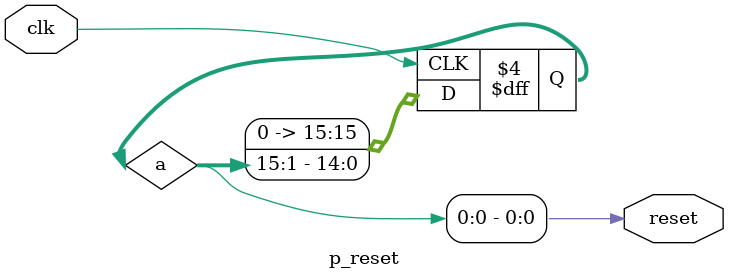
<source format=v>
`timescale 1 ns / 1 ps

module p_reset( clk ,reset );

output reset ;
wire reset ;

input clk ;
wire clk ;	

reg [15:0] a=16'b0110000000000000;

always @(posedge clk)	a<=a>>1;
	
	assign reset=a[0];
	

endmodule

</source>
